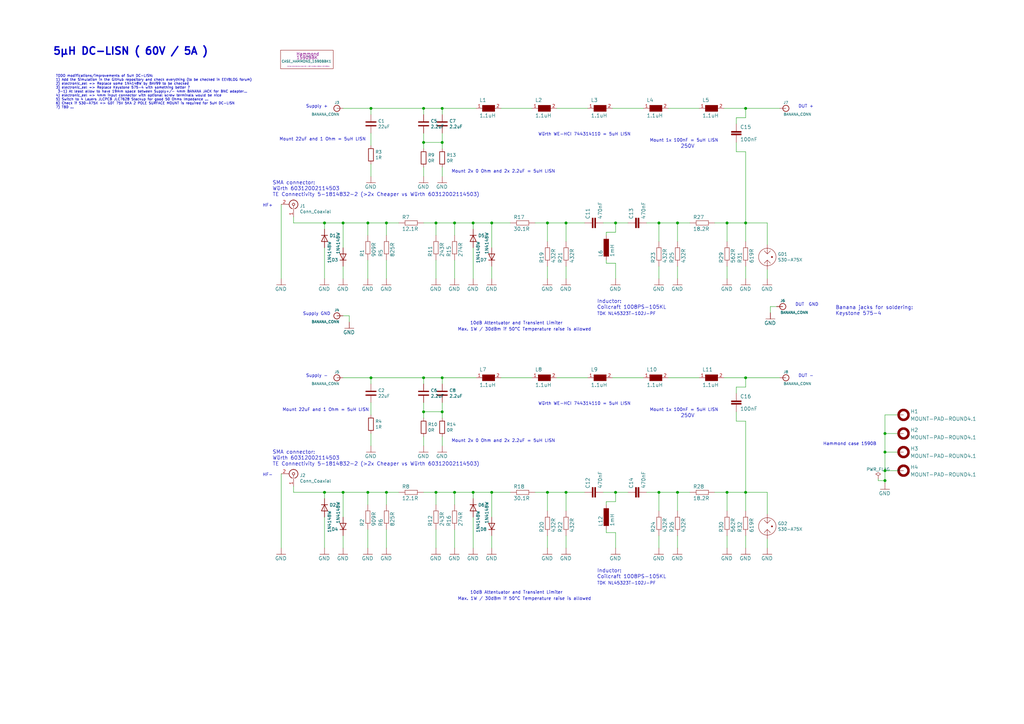
<source format=kicad_sch>
(kicad_sch (version 20210621) (generator eeschema)
  (paper "A3")
  (title_block (title "Dual 5uH LISN") (date "2021-09-01") (rev "V0 R0 WIP") (company "F.Siebel") (comment 1 "Credits to: Jay_Diddy_B & Noy (eevblog forum)"))
  (junction (at 133.096 91.44) (diameter 1.016))
  (junction (at 133.096 201.93) (diameter 1.016))
  (junction (at 140.716 91.44) (diameter 1.016))
  (junction (at 140.716 201.93) (diameter 1.016))
  (junction (at 150.876 91.44) (diameter 1.016))
  (junction (at 150.876 201.93) (diameter 1.016))
  (junction (at 152.146 44.45) (diameter 1.016))
  (junction (at 152.146 154.94) (diameter 1.016))
  (junction (at 158.496 91.44) (diameter 1.016))
  (junction (at 158.496 201.93) (diameter 1.016))
  (junction (at 173.736 44.45) (diameter 1.016))
  (junction (at 173.736 58.42) (diameter 1.016))
  (junction (at 173.736 154.94) (diameter 1.016))
  (junction (at 173.736 168.91) (diameter 1.016))
  (junction (at 178.816 91.44) (diameter 1.016))
  (junction (at 178.816 201.93) (diameter 1.016))
  (junction (at 181.356 44.45) (diameter 1.016))
  (junction (at 181.356 58.42) (diameter 1.016))
  (junction (at 181.356 154.94) (diameter 1.016))
  (junction (at 181.356 168.91) (diameter 1.016))
  (junction (at 186.436 91.44) (diameter 1.016))
  (junction (at 186.436 201.93) (diameter 1.016))
  (junction (at 194.056 91.44) (diameter 1.016))
  (junction (at 194.056 201.93) (diameter 1.016))
  (junction (at 201.676 91.44) (diameter 1.016))
  (junction (at 201.676 201.93) (diameter 1.016))
  (junction (at 224.536 91.44) (diameter 1.016))
  (junction (at 224.536 201.93) (diameter 1.016))
  (junction (at 232.156 91.44) (diameter 1.016))
  (junction (at 232.156 201.93) (diameter 1.016))
  (junction (at 252.476 91.44) (diameter 1.016))
  (junction (at 252.476 201.93) (diameter 1.016))
  (junction (at 270.256 91.44) (diameter 1.016))
  (junction (at 270.256 201.93) (diameter 1.016))
  (junction (at 277.876 91.44) (diameter 1.016))
  (junction (at 277.876 201.93) (diameter 1.016))
  (junction (at 298.196 91.44) (diameter 1.016))
  (junction (at 298.196 201.93) (diameter 1.016))
  (junction (at 305.816 44.45) (diameter 1.016))
  (junction (at 305.816 91.44) (diameter 1.016))
  (junction (at 305.816 154.94) (diameter 1.016))
  (junction (at 305.816 201.93) (diameter 1.016))
  (junction (at 362.966 177.8) (diameter 1.016))
  (junction (at 362.966 185.42) (diameter 1.016))
  (junction (at 362.966 193.04) (diameter 1.016))
  (junction (at 362.966 197.104) (diameter 1.016))
  (wire (pts (xy 115.316 83.82) (xy 115.316 114.3)))
  (wire (pts (xy 115.316 194.31) (xy 115.316 224.79)))
  (wire (pts (xy 120.396 88.9) (xy 120.396 91.44)))
  (wire (pts (xy 120.396 91.44) (xy 133.096 91.44)))
  (wire (pts (xy 120.396 199.39) (xy 120.396 201.93)))
  (wire (pts (xy 120.396 201.93) (xy 133.096 201.93)))
  (wire (pts (xy 133.096 91.44) (xy 140.716 91.44)))
  (wire (pts (xy 133.096 93.98) (xy 133.096 91.44)))
  (wire (pts (xy 133.096 101.6) (xy 133.096 114.3)))
  (wire (pts (xy 133.096 201.93) (xy 140.716 201.93)))
  (wire (pts (xy 133.096 204.47) (xy 133.096 201.93)))
  (wire (pts (xy 133.096 224.79) (xy 133.096 212.09)))
  (wire (pts (xy 140.716 91.44) (xy 150.876 91.44)))
  (wire (pts (xy 140.716 101.6) (xy 140.716 91.44)))
  (wire (pts (xy 140.716 114.3) (xy 140.716 109.22)))
  (wire (pts (xy 140.716 129.54) (xy 143.256 129.54)))
  (wire (pts (xy 140.716 201.93) (xy 150.876 201.93)))
  (wire (pts (xy 140.716 212.09) (xy 140.716 201.93)))
  (wire (pts (xy 140.716 224.79) (xy 140.716 219.71)))
  (wire (pts (xy 143.256 129.54) (xy 143.256 132.08)))
  (wire (pts (xy 150.876 91.44) (xy 158.496 91.44)))
  (wire (pts (xy 150.876 96.52) (xy 150.876 91.44)))
  (wire (pts (xy 150.876 114.3) (xy 150.876 106.68)))
  (wire (pts (xy 150.876 201.93) (xy 158.496 201.93)))
  (wire (pts (xy 150.876 207.01) (xy 150.876 201.93)))
  (wire (pts (xy 150.876 224.79) (xy 150.876 217.17)))
  (wire (pts (xy 152.146 44.45) (xy 140.716 44.45)))
  (wire (pts (xy 152.146 44.45) (xy 173.736 44.45)))
  (wire (pts (xy 152.146 46.99) (xy 152.146 44.45)))
  (wire (pts (xy 152.146 54.61) (xy 152.146 59.69)))
  (wire (pts (xy 152.146 67.31) (xy 152.146 72.39)))
  (wire (pts (xy 152.146 154.94) (xy 140.716 154.94)))
  (wire (pts (xy 152.146 154.94) (xy 173.736 154.94)))
  (wire (pts (xy 152.146 157.48) (xy 152.146 154.94)))
  (wire (pts (xy 152.146 165.1) (xy 152.146 170.18)))
  (wire (pts (xy 152.146 177.8) (xy 152.146 182.88)))
  (wire (pts (xy 158.496 91.44) (xy 163.576 91.44)))
  (wire (pts (xy 158.496 96.52) (xy 158.496 91.44)))
  (wire (pts (xy 158.496 114.3) (xy 158.496 106.68)))
  (wire (pts (xy 158.496 201.93) (xy 163.576 201.93)))
  (wire (pts (xy 158.496 207.01) (xy 158.496 201.93)))
  (wire (pts (xy 158.496 224.79) (xy 158.496 217.17)))
  (wire (pts (xy 173.736 44.45) (xy 181.356 44.45)))
  (wire (pts (xy 173.736 46.99) (xy 173.736 44.45)))
  (wire (pts (xy 173.736 54.61) (xy 173.736 58.42)))
  (wire (pts (xy 173.736 58.42) (xy 173.736 60.96)))
  (wire (pts (xy 173.736 58.42) (xy 181.356 58.42)))
  (wire (pts (xy 173.736 68.58) (xy 173.736 72.39)))
  (wire (pts (xy 173.736 154.94) (xy 181.356 154.94)))
  (wire (pts (xy 173.736 157.48) (xy 173.736 154.94)))
  (wire (pts (xy 173.736 165.1) (xy 173.736 168.91)))
  (wire (pts (xy 173.736 168.91) (xy 173.736 171.45)))
  (wire (pts (xy 173.736 168.91) (xy 181.356 168.91)))
  (wire (pts (xy 173.736 179.07) (xy 173.736 182.88)))
  (wire (pts (xy 178.816 91.44) (xy 173.736 91.44)))
  (wire (pts (xy 178.816 96.52) (xy 178.816 91.44)))
  (wire (pts (xy 178.816 106.68) (xy 178.816 114.3)))
  (wire (pts (xy 178.816 201.93) (xy 173.736 201.93)))
  (wire (pts (xy 178.816 207.01) (xy 178.816 201.93)))
  (wire (pts (xy 178.816 217.17) (xy 178.816 224.79)))
  (wire (pts (xy 181.356 44.45) (xy 195.326 44.45)))
  (wire (pts (xy 181.356 46.99) (xy 181.356 44.45)))
  (wire (pts (xy 181.356 54.61) (xy 181.356 58.42)))
  (wire (pts (xy 181.356 58.42) (xy 181.356 60.96)))
  (wire (pts (xy 181.356 68.58) (xy 181.356 72.39)))
  (wire (pts (xy 181.356 154.94) (xy 195.326 154.94)))
  (wire (pts (xy 181.356 157.48) (xy 181.356 154.94)))
  (wire (pts (xy 181.356 165.1) (xy 181.356 168.91)))
  (wire (pts (xy 181.356 168.91) (xy 181.356 171.45)))
  (wire (pts (xy 181.356 179.07) (xy 181.356 182.88)))
  (wire (pts (xy 186.436 91.44) (xy 178.816 91.44)))
  (wire (pts (xy 186.436 96.52) (xy 186.436 91.44)))
  (wire (pts (xy 186.436 106.68) (xy 186.436 114.3)))
  (wire (pts (xy 186.436 201.93) (xy 178.816 201.93)))
  (wire (pts (xy 186.436 207.01) (xy 186.436 201.93)))
  (wire (pts (xy 186.436 217.17) (xy 186.436 224.79)))
  (wire (pts (xy 194.056 91.44) (xy 186.436 91.44)))
  (wire (pts (xy 194.056 91.44) (xy 201.676 91.44)))
  (wire (pts (xy 194.056 93.98) (xy 194.056 91.44)))
  (wire (pts (xy 194.056 101.6) (xy 194.056 114.3)))
  (wire (pts (xy 194.056 201.93) (xy 186.436 201.93)))
  (wire (pts (xy 194.056 201.93) (xy 201.676 201.93)))
  (wire (pts (xy 194.056 204.47) (xy 194.056 201.93)))
  (wire (pts (xy 194.056 212.09) (xy 194.056 224.79)))
  (wire (pts (xy 201.676 91.44) (xy 209.296 91.44)))
  (wire (pts (xy 201.676 101.6) (xy 201.676 91.44)))
  (wire (pts (xy 201.676 114.3) (xy 201.676 109.22)))
  (wire (pts (xy 201.676 201.93) (xy 209.296 201.93)))
  (wire (pts (xy 201.676 212.09) (xy 201.676 201.93)))
  (wire (pts (xy 201.676 224.79) (xy 201.676 219.71)))
  (wire (pts (xy 205.486 44.45) (xy 218.186 44.45)))
  (wire (pts (xy 205.486 154.94) (xy 218.186 154.94)))
  (wire (pts (xy 219.456 91.44) (xy 224.536 91.44)))
  (wire (pts (xy 219.456 201.93) (xy 224.536 201.93)))
  (wire (pts (xy 224.536 91.44) (xy 232.156 91.44)))
  (wire (pts (xy 224.536 99.06) (xy 224.536 91.44)))
  (wire (pts (xy 224.536 114.3) (xy 224.536 109.22)))
  (wire (pts (xy 224.536 201.93) (xy 232.156 201.93)))
  (wire (pts (xy 224.536 209.55) (xy 224.536 201.93)))
  (wire (pts (xy 224.536 224.79) (xy 224.536 219.71)))
  (wire (pts (xy 228.346 44.45) (xy 241.046 44.45)))
  (wire (pts (xy 228.346 154.94) (xy 241.046 154.94)))
  (wire (pts (xy 232.156 91.44) (xy 239.776 91.44)))
  (wire (pts (xy 232.156 99.06) (xy 232.156 91.44)))
  (wire (pts (xy 232.156 109.22) (xy 232.156 114.3)))
  (wire (pts (xy 232.156 201.93) (xy 239.776 201.93)))
  (wire (pts (xy 232.156 209.55) (xy 232.156 201.93)))
  (wire (pts (xy 232.156 219.71) (xy 232.156 224.79)))
  (wire (pts (xy 247.396 91.44) (xy 252.476 91.44)))
  (wire (pts (xy 247.396 201.93) (xy 252.476 201.93)))
  (wire (pts (xy 248.666 95.25) (xy 248.666 96.52)))
  (wire (pts (xy 248.666 106.68) (xy 248.666 107.95)))
  (wire (pts (xy 248.666 107.95) (xy 252.476 107.95)))
  (wire (pts (xy 248.666 205.74) (xy 248.666 207.01)))
  (wire (pts (xy 248.666 217.17) (xy 248.666 218.44)))
  (wire (pts (xy 248.666 218.44) (xy 252.476 218.44)))
  (wire (pts (xy 251.206 44.45) (xy 263.906 44.45)))
  (wire (pts (xy 251.206 154.94) (xy 263.906 154.94)))
  (wire (pts (xy 252.476 91.44) (xy 252.476 95.25)))
  (wire (pts (xy 252.476 91.44) (xy 257.556 91.44)))
  (wire (pts (xy 252.476 95.25) (xy 248.666 95.25)))
  (wire (pts (xy 252.476 107.95) (xy 252.476 114.3)))
  (wire (pts (xy 252.476 201.93) (xy 252.476 205.74)))
  (wire (pts (xy 252.476 201.93) (xy 257.556 201.93)))
  (wire (pts (xy 252.476 205.74) (xy 248.666 205.74)))
  (wire (pts (xy 252.476 218.44) (xy 252.476 224.79)))
  (wire (pts (xy 265.176 91.44) (xy 270.256 91.44)))
  (wire (pts (xy 265.176 201.93) (xy 270.256 201.93)))
  (wire (pts (xy 270.256 91.44) (xy 277.876 91.44)))
  (wire (pts (xy 270.256 99.06) (xy 270.256 91.44)))
  (wire (pts (xy 270.256 114.3) (xy 270.256 109.22)))
  (wire (pts (xy 270.256 201.93) (xy 277.876 201.93)))
  (wire (pts (xy 270.256 209.55) (xy 270.256 201.93)))
  (wire (pts (xy 270.256 224.79) (xy 270.256 219.71)))
  (wire (pts (xy 274.066 44.45) (xy 286.766 44.45)))
  (wire (pts (xy 274.066 154.94) (xy 286.766 154.94)))
  (wire (pts (xy 277.876 91.44) (xy 282.956 91.44)))
  (wire (pts (xy 277.876 99.06) (xy 277.876 91.44)))
  (wire (pts (xy 277.876 114.3) (xy 277.876 109.22)))
  (wire (pts (xy 277.876 201.93) (xy 282.956 201.93)))
  (wire (pts (xy 277.876 209.55) (xy 277.876 201.93)))
  (wire (pts (xy 277.876 224.79) (xy 277.876 219.71)))
  (wire (pts (xy 296.926 44.45) (xy 305.816 44.45)))
  (wire (pts (xy 296.926 154.94) (xy 305.816 154.94)))
  (wire (pts (xy 298.196 91.44) (xy 293.116 91.44)))
  (wire (pts (xy 298.196 99.06) (xy 298.196 91.44)))
  (wire (pts (xy 298.196 114.3) (xy 298.196 109.22)))
  (wire (pts (xy 298.196 201.93) (xy 293.116 201.93)))
  (wire (pts (xy 298.196 209.55) (xy 298.196 201.93)))
  (wire (pts (xy 298.196 224.79) (xy 298.196 219.71)))
  (wire (pts (xy 302.006 48.26) (xy 302.006 50.8)))
  (wire (pts (xy 302.006 58.42) (xy 302.006 62.23)))
  (wire (pts (xy 302.006 158.75) (xy 302.006 161.29)))
  (wire (pts (xy 302.006 168.91) (xy 302.006 172.72)))
  (wire (pts (xy 305.816 44.45) (xy 305.816 48.26)))
  (wire (pts (xy 305.816 44.45) (xy 319.786 44.45)))
  (wire (pts (xy 305.816 48.26) (xy 302.006 48.26)))
  (wire (pts (xy 305.816 62.23) (xy 302.006 62.23)))
  (wire (pts (xy 305.816 62.23) (xy 305.816 91.44)))
  (wire (pts (xy 305.816 91.44) (xy 298.196 91.44)))
  (wire (pts (xy 305.816 91.44) (xy 314.706 91.44)))
  (wire (pts (xy 305.816 99.06) (xy 305.816 91.44)))
  (wire (pts (xy 305.816 114.3) (xy 305.816 109.22)))
  (wire (pts (xy 305.816 154.94) (xy 305.816 158.75)))
  (wire (pts (xy 305.816 154.94) (xy 319.786 154.94)))
  (wire (pts (xy 305.816 158.75) (xy 302.006 158.75)))
  (wire (pts (xy 305.816 172.72) (xy 302.006 172.72)))
  (wire (pts (xy 305.816 172.72) (xy 305.816 201.93)))
  (wire (pts (xy 305.816 201.93) (xy 298.196 201.93)))
  (wire (pts (xy 305.816 201.93) (xy 314.706 201.93)))
  (wire (pts (xy 305.816 209.55) (xy 305.816 201.93)))
  (wire (pts (xy 305.816 224.79) (xy 305.816 219.71)))
  (wire (pts (xy 314.706 91.44) (xy 314.706 100.33)))
  (wire (pts (xy 314.706 110.49) (xy 314.706 114.3)))
  (wire (pts (xy 314.706 201.93) (xy 314.706 210.82)))
  (wire (pts (xy 314.706 220.98) (xy 314.706 224.79)))
  (wire (pts (xy 315.976 125.73) (xy 315.976 128.27)))
  (wire (pts (xy 318.516 125.73) (xy 315.976 125.73)))
  (wire (pts (xy 360.172 196.342) (xy 360.172 197.104)))
  (wire (pts (xy 360.172 197.104) (xy 362.966 197.104)))
  (wire (pts (xy 362.966 170.18) (xy 368.046 170.18)))
  (wire (pts (xy 362.966 177.8) (xy 362.966 170.18)))
  (wire (pts (xy 362.966 177.8) (xy 368.046 177.8)))
  (wire (pts (xy 362.966 185.42) (xy 362.966 177.8)))
  (wire (pts (xy 362.966 185.42) (xy 368.046 185.42)))
  (wire (pts (xy 362.966 193.04) (xy 362.966 185.42)))
  (wire (pts (xy 362.966 193.04) (xy 362.966 197.104)))
  (wire (pts (xy 362.966 197.104) (xy 362.966 198.12)))
  (wire (pts (xy 368.046 193.04) (xy 362.966 193.04)))
  (text "5µH DC-LISN ( 60V / 5A )" (at 21.59 22.86 0) (effects (font (size 2.9972 2.9972) (thickness 0.5994) bold) (justify left bottom)))
  (text "TODO modifications/improvements of 5uH DC-LISN:\n1) Add the Simulation in the GitHub repository and check everything (to be checked in EEVBLOG forum)\n2) electronic_eel => Replace some 1N4148W by BAV99 to be checked\n3) electronic_eel => Replace Keystone 575-4 with something better ?\n 3-1) At least allow to have 19mm space between Supply+/- 4mm BANANA JACK for BNC adapter...\n4) electronic_eel => 4mm input connector with optional screw terminals would be nice\n5) Switch to 4 Layers JLCPCB JLC7628 Stackup for good 50 Ohms Impedance ...\n6) Check if S30-A75X => GDT 75V 5KA 2 POLE SURFACE MOUNT is required for 5uH DC-LISN\n7) TBD ..." (at 22.86 44.704 0) (effects (font (size 1 1)) (justify left bottom)))
  (text "HF+" (at 107.696 85.09 0) (effects (font (size 1.27 1.27)) (justify left bottom)))
  (text "HF-" (at 107.696 195.58 0) (effects (font (size 1.27 1.27)) (justify left bottom)))
  (text "SMA connector:\nWürth 60312002114503\nTE Connectivity 5-1814832-2 (>2x Cheaper vs Würth 60312002114503)" (at 111.76 80.772 0) (effects (font (size 1.4986 1.4986)) (justify left bottom)))
  (text "SMA connector:\nWürth 60312002114503\nTE Connectivity 5-1814832-2 (>2x Cheaper vs Würth 60312002114503)" (at 111.76 191.262 0) (effects (font (size 1.4986 1.4986)) (justify left bottom)))
  (text "Mount 22uF and 1 Ohm = 5uH LISN" (at 114.554 57.912 0) (effects (font (size 1.27 1.27)) (justify left bottom)))
  (text "Mount 22uF and 1 Ohm = 5uH LISN" (at 115.824 168.91 0) (effects (font (size 1.27 1.27)) (justify left bottom)))
  (text "Supply GND" (at 124.206 129.54 0) (effects (font (size 1.27 1.27)) (justify left bottom)))
  (text "Supply +" (at 125.476 44.45 0) (effects (font (size 1.27 1.27)) (justify left bottom)))
  (text "Supply -" (at 125.476 154.94 0) (effects (font (size 1.27 1.27)) (justify left bottom)))
  (text "Mount 2x 0 Ohm and 2x 2.2uF = 5uH LISN" (at 185.166 71.12 0) (effects (font (size 1.27 1.27)) (justify left bottom)))
  (text "Mount 2x 0 Ohm and 2x 2.2uF = 5uH LISN" (at 185.166 181.61 0) (effects (font (size 1.27 1.27)) (justify left bottom)))
  (text "Max. 1W / 30dBm if 50°C Temperature raise is allowed" (at 187.706 135.89 0) (effects (font (size 1.27 1.27)) (justify left bottom)))
  (text "Max. 1W / 30dBm if 50°C Temperature raise is allowed" (at 187.706 246.38 0) (effects (font (size 1.27 1.27)) (justify left bottom)))
  (text "10dB Attentuator and Transient Limiter " (at 192.786 133.35 0) (effects (font (size 1.27 1.27)) (justify left bottom)))
  (text "10dB Attentuator and Transient Limiter " (at 192.786 243.84 0) (effects (font (size 1.27 1.27)) (justify left bottom)))
  (text "Würth WE-HCI 744314110 = 5uH LISN" (at 220.726 55.88 0) (effects (font (size 1.27 1.27)) (justify left bottom)))
  (text "Würth WE-HCI 744314110 = 5uH LISN" (at 220.726 166.37 0) (effects (font (size 1.27 1.27)) (justify left bottom)))
  (text "Inductor:\nCoilcraft 1008PS-105KL" (at 244.856 127 0) (effects (font (size 1.4986 1.4986)) (justify left bottom)))
  (text "TDK NL45323T-102J-PF" (at 244.856 129.54 0) (effects (font (size 1.27 1.27)) (justify left bottom)))
  (text "Inductor:\nCoilcraft 1008PS-105KL" (at 244.856 237.49 0) (effects (font (size 1.4986 1.4986)) (justify left bottom)))
  (text "TDK NL45323T-102J-PF" (at 244.856 240.03 0) (effects (font (size 1.27 1.27)) (justify left bottom)))
  (text "Mount 1x 100nF = 5uH LISN" (at 266.446 58.42 0) (effects (font (size 1.27 1.27)) (justify left bottom)))
  (text "Mount 1x 100nF = 5uH LISN" (at 266.446 168.91 0) (effects (font (size 1.27 1.27)) (justify left bottom)))
  (text "250V" (at 279.146 60.96 0) (effects (font (size 1.4986 1.4986)) (justify left bottom)))
  (text "250V" (at 279.146 171.45 0) (effects (font (size 1.4986 1.4986)) (justify left bottom)))
  (text "DUT  GND" (at 326.136 125.73 0) (effects (font (size 1.27 1.27)) (justify left bottom)))
  (text "DUT +" (at 327.406 44.45 0) (effects (font (size 1.27 1.27)) (justify left bottom)))
  (text "DUT -" (at 327.406 154.94 0) (effects (font (size 1.27 1.27)) (justify left bottom)))
  (text "Hammond case 1590B" (at 337.566 182.88 0) (effects (font (size 1.27 1.27)) (justify left bottom)))
  (text "Banana jacks for soldering:\nKeystone 575-4" (at 342.646 129.54 0) (effects (font (size 1.4986 1.4986)) (justify left bottom)))
  (label "GND" (at 368.046 193.04 0) (effects (font (size 0.254 0.254))))
  (symbol (lib_id "5uH_LISN-eagle-import:DINA3_L") (at 22.86 231.14 0) (unit 1)
    (property "Reference" "#FRAME1" (effects hide))
    (property "Value" "DINA3_L" (effects hide))
  )
  (symbol (lib_id "Power:PWR_FLAG") (at 360.172 196.342 0) (unit 1)
    (property "Reference" "#FLG0101" (effects hide))
    (property "Value" "PWR_FLAG" (at 360.172 192.532 0))
  )
  (symbol (lib_id "5uH_LISN-eagle-import:BANANA_CONN") (at 138.176 44.45 0) (mirror y) (unit 1)
    (property "Reference" "J3" (at 139.192 42.672 0) (effects (font (size 1.0668 1.0668)) (justify left bottom)))
    (property "Value" "BANANA_CONN" (at 139.192 47.498 0) (effects (font (size 1.0668 1.0668)) (justify left bottom)))
    (property "Footprint" "5uH_LISN:BANANA_CONN" (effects hide))
    (property "Manufacturer" "Keystone" (effects hide))
    (property "manf#" "575-4" (effects hide))
    (property "Description" "CONN BANANA JACK SOLDER" (effects hide))
  )
  (symbol (lib_id "5uH_LISN-eagle-import:BANANA_CONN") (at 138.176 129.54 0) (mirror y) (unit 1)
    (property "Reference" "J4" (at 139.192 127.762 0) (effects (font (size 1.0668 1.0668)) (justify left bottom)))
    (property "Value" "BANANA_CONN" (at 139.192 132.588 0) (effects (font (size 1.0668 1.0668)) (justify left bottom)))
    (property "Footprint" "5uH_LISN:BANANA_CONN" (effects hide))
    (property "Manufacturer" "Keystone" (effects hide))
    (property "manf#" "575-4" (effects hide))
    (property "Description" "CONN BANANA JACK SOLDER" (effects hide))
  )
  (symbol (lib_id "5uH_LISN-eagle-import:BANANA_CONN") (at 138.176 154.94 0) (mirror y) (unit 1)
    (property "Reference" "J5" (at 139.192 153.162 0) (effects (font (size 1.0668 1.0668)) (justify left bottom)))
    (property "Value" "BANANA_CONN" (at 139.192 157.988 0) (effects (font (size 1.0668 1.0668)) (justify left bottom)))
    (property "Footprint" "5uH_LISN:BANANA_CONN" (effects hide))
    (property "Manufacturer" "Keystone" (effects hide))
    (property "manf#" "575-4" (effects hide))
    (property "Description" "CONN BANANA JACK SOLDER" (effects hide))
  )
  (symbol (lib_id "5uH_LISN-eagle-import:BANANA_CONN") (at 321.056 125.73 0) (unit 1)
    (property "Reference" "J6" (at 320.04 123.952 0) (effects (font (size 1.0668 1.0668)) (justify left bottom)))
    (property "Value" "BANANA_CONN" (at 320.04 128.778 0) (effects (font (size 1.0668 1.0668)) (justify left bottom)))
    (property "Footprint" "5uH_LISN:BANANA_CONN" (effects hide))
    (property "manf#" "575-4" (effects hide))
    (property "Manufacturer" "Keystone" (effects hide))
    (property "Description" "CONN BANANA JACK SOLDER" (effects hide))
  )
  (symbol (lib_id "5uH_LISN-eagle-import:BANANA_CONN") (at 322.326 44.45 0) (unit 1)
    (property "Reference" "J7" (at 321.31 42.672 0) (effects (font (size 1.0668 1.0668)) (justify left bottom)))
    (property "Value" "BANANA_CONN" (at 321.31 47.498 0) (effects (font (size 1.0668 1.0668)) (justify left bottom)))
    (property "Footprint" "5uH_LISN:BANANA_CONN" (effects hide))
    (property "Manufacturer" "Keystone" (effects hide))
    (property "manf#" "575-4" (effects hide))
    (property "Description" "CONN BANANA JACK SOLDER" (effects hide))
  )
  (symbol (lib_id "5uH_LISN-eagle-import:BANANA_CONN") (at 322.326 154.94 0) (unit 1)
    (property "Reference" "J8" (at 321.31 153.162 0) (effects (font (size 1.0668 1.0668)) (justify left bottom)))
    (property "Value" "BANANA_CONN" (at 321.31 157.988 0) (effects (font (size 1.0668 1.0668)) (justify left bottom)))
    (property "Footprint" "5uH_LISN:BANANA_CONN" (effects hide))
    (property "Manufacturer" "Keystone" (effects hide))
    (property "manf#" "575-4" (effects hide))
    (property "Description" "CONN BANANA JACK SOLDER" (effects hide))
  )
  (symbol (lib_id "5uH_LISN-eagle-import:GND") (at 115.316 116.84 0) (unit 1)
    (property "Reference" "#GND01" (effects hide))
    (property "Value" "GND" (at 112.776 119.38 0) (effects (font (size 1.4986 1.4986)) (justify left bottom)))
  )
  (symbol (lib_id "5uH_LISN-eagle-import:GND") (at 115.316 227.33 0) (unit 1)
    (property "Reference" "#GND02" (effects hide))
    (property "Value" "GND" (at 112.776 229.87 0) (effects (font (size 1.4986 1.4986)) (justify left bottom)))
  )
  (symbol (lib_id "5uH_LISN-eagle-import:GND") (at 133.096 116.84 0) (unit 1)
    (property "Reference" "#GND03" (effects hide))
    (property "Value" "GND" (at 130.556 119.38 0) (effects (font (size 1.4986 1.4986)) (justify left bottom)))
  )
  (symbol (lib_id "5uH_LISN-eagle-import:GND") (at 133.096 227.33 0) (unit 1)
    (property "Reference" "#GND04" (effects hide))
    (property "Value" "GND" (at 130.556 229.87 0) (effects (font (size 1.4986 1.4986)) (justify left bottom)))
  )
  (symbol (lib_id "5uH_LISN-eagle-import:GND") (at 140.716 116.84 0) (unit 1)
    (property "Reference" "#GND05" (effects hide))
    (property "Value" "GND" (at 138.176 119.38 0) (effects (font (size 1.4986 1.4986)) (justify left bottom)))
  )
  (symbol (lib_id "5uH_LISN-eagle-import:GND") (at 140.716 227.33 0) (unit 1)
    (property "Reference" "#GND06" (effects hide))
    (property "Value" "GND" (at 138.176 229.87 0) (effects (font (size 1.4986 1.4986)) (justify left bottom)))
  )
  (symbol (lib_id "5uH_LISN-eagle-import:GND") (at 143.256 134.62 0) (unit 1)
    (property "Reference" "#GND07" (effects hide))
    (property "Value" "GND" (at 140.716 137.16 0) (effects (font (size 1.4986 1.4986)) (justify left bottom)))
  )
  (symbol (lib_id "5uH_LISN-eagle-import:GND") (at 150.876 116.84 0) (unit 1)
    (property "Reference" "#GND08" (effects hide))
    (property "Value" "GND" (at 148.336 119.38 0) (effects (font (size 1.4986 1.4986)) (justify left bottom)))
  )
  (symbol (lib_id "5uH_LISN-eagle-import:GND") (at 150.876 227.33 0) (unit 1)
    (property "Reference" "#GND09" (effects hide))
    (property "Value" "GND" (at 148.336 229.87 0) (effects (font (size 1.4986 1.4986)) (justify left bottom)))
  )
  (symbol (lib_id "5uH_LISN-eagle-import:GND") (at 152.146 74.93 0) (unit 1)
    (property "Reference" "#GND010" (effects hide))
    (property "Value" "GND" (at 149.606 77.47 0) (effects (font (size 1.4986 1.4986)) (justify left bottom)))
  )
  (symbol (lib_id "5uH_LISN-eagle-import:GND") (at 152.146 185.42 0) (unit 1)
    (property "Reference" "#GND011" (effects hide))
    (property "Value" "GND" (at 149.606 187.96 0) (effects (font (size 1.4986 1.4986)) (justify left bottom)))
  )
  (symbol (lib_id "5uH_LISN-eagle-import:GND") (at 158.496 116.84 0) (unit 1)
    (property "Reference" "#GND012" (effects hide))
    (property "Value" "GND" (at 155.956 119.38 0) (effects (font (size 1.4986 1.4986)) (justify left bottom)))
  )
  (symbol (lib_id "5uH_LISN-eagle-import:GND") (at 158.496 227.33 0) (unit 1)
    (property "Reference" "#GND013" (effects hide))
    (property "Value" "GND" (at 155.956 229.87 0) (effects (font (size 1.4986 1.4986)) (justify left bottom)))
  )
  (symbol (lib_id "5uH_LISN-eagle-import:GND") (at 173.736 74.93 0) (unit 1)
    (property "Reference" "#GND014" (effects hide))
    (property "Value" "GND" (at 171.196 77.47 0) (effects (font (size 1.4986 1.4986)) (justify left bottom)))
  )
  (symbol (lib_id "5uH_LISN-eagle-import:GND") (at 173.736 185.42 0) (unit 1)
    (property "Reference" "#GND015" (effects hide))
    (property "Value" "GND" (at 171.196 187.96 0) (effects (font (size 1.4986 1.4986)) (justify left bottom)))
  )
  (symbol (lib_id "5uH_LISN-eagle-import:GND") (at 178.816 116.84 0) (unit 1)
    (property "Reference" "#GND016" (effects hide))
    (property "Value" "GND" (at 176.276 119.38 0) (effects (font (size 1.4986 1.4986)) (justify left bottom)))
  )
  (symbol (lib_id "5uH_LISN-eagle-import:GND") (at 178.816 227.33 0) (unit 1)
    (property "Reference" "#GND017" (effects hide))
    (property "Value" "GND" (at 176.276 229.87 0) (effects (font (size 1.4986 1.4986)) (justify left bottom)))
  )
  (symbol (lib_id "5uH_LISN-eagle-import:GND") (at 181.356 74.93 0) (unit 1)
    (property "Reference" "#GND018" (effects hide))
    (property "Value" "GND" (at 178.816 77.47 0) (effects (font (size 1.4986 1.4986)) (justify left bottom)))
  )
  (symbol (lib_id "5uH_LISN-eagle-import:GND") (at 181.356 185.42 0) (unit 1)
    (property "Reference" "#GND019" (effects hide))
    (property "Value" "GND" (at 178.816 187.96 0) (effects (font (size 1.4986 1.4986)) (justify left bottom)))
  )
  (symbol (lib_id "5uH_LISN-eagle-import:GND") (at 186.436 116.84 0) (unit 1)
    (property "Reference" "#GND020" (effects hide))
    (property "Value" "GND" (at 183.896 119.38 0) (effects (font (size 1.4986 1.4986)) (justify left bottom)))
  )
  (symbol (lib_id "5uH_LISN-eagle-import:GND") (at 186.436 227.33 0) (unit 1)
    (property "Reference" "#GND021" (effects hide))
    (property "Value" "GND" (at 183.896 229.87 0) (effects (font (size 1.4986 1.4986)) (justify left bottom)))
  )
  (symbol (lib_id "5uH_LISN-eagle-import:GND") (at 194.056 116.84 0) (unit 1)
    (property "Reference" "#GND022" (effects hide))
    (property "Value" "GND" (at 191.516 119.38 0) (effects (font (size 1.4986 1.4986)) (justify left bottom)))
  )
  (symbol (lib_id "5uH_LISN-eagle-import:GND") (at 194.056 227.33 0) (unit 1)
    (property "Reference" "#GND023" (effects hide))
    (property "Value" "GND" (at 191.516 229.87 0) (effects (font (size 1.4986 1.4986)) (justify left bottom)))
  )
  (symbol (lib_id "5uH_LISN-eagle-import:GND") (at 201.676 116.84 0) (unit 1)
    (property "Reference" "#GND024" (effects hide))
    (property "Value" "GND" (at 199.136 119.38 0) (effects (font (size 1.4986 1.4986)) (justify left bottom)))
  )
  (symbol (lib_id "5uH_LISN-eagle-import:GND") (at 201.676 227.33 0) (unit 1)
    (property "Reference" "#GND025" (effects hide))
    (property "Value" "GND" (at 199.136 229.87 0) (effects (font (size 1.4986 1.4986)) (justify left bottom)))
  )
  (symbol (lib_id "5uH_LISN-eagle-import:GND") (at 224.536 116.84 0) (unit 1)
    (property "Reference" "#GND026" (effects hide))
    (property "Value" "GND" (at 221.996 119.38 0) (effects (font (size 1.4986 1.4986)) (justify left bottom)))
  )
  (symbol (lib_id "5uH_LISN-eagle-import:GND") (at 224.536 227.33 0) (unit 1)
    (property "Reference" "#GND027" (effects hide))
    (property "Value" "GND" (at 221.996 229.87 0) (effects (font (size 1.4986 1.4986)) (justify left bottom)))
  )
  (symbol (lib_id "5uH_LISN-eagle-import:GND") (at 232.156 116.84 0) (unit 1)
    (property "Reference" "#GND028" (effects hide))
    (property "Value" "GND" (at 229.616 119.38 0) (effects (font (size 1.4986 1.4986)) (justify left bottom)))
  )
  (symbol (lib_id "5uH_LISN-eagle-import:GND") (at 232.156 227.33 0) (unit 1)
    (property "Reference" "#GND029" (effects hide))
    (property "Value" "GND" (at 229.616 229.87 0) (effects (font (size 1.4986 1.4986)) (justify left bottom)))
  )
  (symbol (lib_id "5uH_LISN-eagle-import:GND") (at 252.476 116.84 0) (unit 1)
    (property "Reference" "#GND030" (effects hide))
    (property "Value" "GND" (at 249.936 119.38 0) (effects (font (size 1.4986 1.4986)) (justify left bottom)))
  )
  (symbol (lib_id "5uH_LISN-eagle-import:GND") (at 252.476 227.33 0) (unit 1)
    (property "Reference" "#GND031" (effects hide))
    (property "Value" "GND" (at 249.936 229.87 0) (effects (font (size 1.4986 1.4986)) (justify left bottom)))
  )
  (symbol (lib_id "5uH_LISN-eagle-import:GND") (at 270.256 116.84 0) (unit 1)
    (property "Reference" "#GND032" (effects hide))
    (property "Value" "GND" (at 267.716 119.38 0) (effects (font (size 1.4986 1.4986)) (justify left bottom)))
  )
  (symbol (lib_id "5uH_LISN-eagle-import:GND") (at 270.256 227.33 0) (unit 1)
    (property "Reference" "#GND033" (effects hide))
    (property "Value" "GND" (at 267.716 229.87 0) (effects (font (size 1.4986 1.4986)) (justify left bottom)))
  )
  (symbol (lib_id "5uH_LISN-eagle-import:GND") (at 277.876 116.84 0) (unit 1)
    (property "Reference" "#GND034" (effects hide))
    (property "Value" "GND" (at 275.336 119.38 0) (effects (font (size 1.4986 1.4986)) (justify left bottom)))
  )
  (symbol (lib_id "5uH_LISN-eagle-import:GND") (at 277.876 227.33 0) (unit 1)
    (property "Reference" "#GND035" (effects hide))
    (property "Value" "GND" (at 275.336 229.87 0) (effects (font (size 1.4986 1.4986)) (justify left bottom)))
  )
  (symbol (lib_id "5uH_LISN-eagle-import:GND") (at 298.196 116.84 0) (unit 1)
    (property "Reference" "#GND036" (effects hide))
    (property "Value" "GND" (at 295.656 119.38 0) (effects (font (size 1.4986 1.4986)) (justify left bottom)))
  )
  (symbol (lib_id "5uH_LISN-eagle-import:GND") (at 298.196 227.33 0) (unit 1)
    (property "Reference" "#GND037" (effects hide))
    (property "Value" "GND" (at 295.656 229.87 0) (effects (font (size 1.4986 1.4986)) (justify left bottom)))
  )
  (symbol (lib_id "5uH_LISN-eagle-import:GND") (at 305.816 116.84 0) (unit 1)
    (property "Reference" "#GND038" (effects hide))
    (property "Value" "GND" (at 303.276 119.38 0) (effects (font (size 1.4986 1.4986)) (justify left bottom)))
  )
  (symbol (lib_id "5uH_LISN-eagle-import:GND") (at 305.816 227.33 0) (unit 1)
    (property "Reference" "#GND039" (effects hide))
    (property "Value" "GND" (at 303.276 229.87 0) (effects (font (size 1.4986 1.4986)) (justify left bottom)))
  )
  (symbol (lib_id "5uH_LISN-eagle-import:GND") (at 314.706 116.84 0) (unit 1)
    (property "Reference" "#GND042" (effects hide))
    (property "Value" "GND" (at 312.166 119.38 0) (effects (font (size 1.4986 1.4986)) (justify left bottom)))
  )
  (symbol (lib_id "5uH_LISN-eagle-import:GND") (at 314.706 227.33 0) (unit 1)
    (property "Reference" "#GND043" (effects hide))
    (property "Value" "GND" (at 312.166 229.87 0) (effects (font (size 1.4986 1.4986)) (justify left bottom)))
  )
  (symbol (lib_id "5uH_LISN-eagle-import:GND") (at 315.976 130.81 0) (unit 1)
    (property "Reference" "#GND040" (effects hide))
    (property "Value" "GND" (at 313.436 133.35 0) (effects (font (size 1.4986 1.4986)) (justify left bottom)))
  )
  (symbol (lib_id "5uH_LISN-eagle-import:GND") (at 362.966 200.66 0) (unit 1)
    (property "Reference" "#GND041" (effects hide))
    (property "Value" "GND" (at 360.426 203.2 0) (effects (font (size 1.4986 1.4986)) (justify left bottom)))
  )
  (symbol (lib_id "5uH_LISN-rescue:R-Device") (at 152.146 63.5 0) (unit 1)
    (property "Reference" "R3" (at 153.924 62.3316 0) (effects (justify left)))
    (property "Value" "1R" (at 153.924 64.643 0) (effects (justify left)))
    (property "Footprint" "Resistor_SMD:R_1218_3246Metric" (effects hide))
    (property "Description" "RES 1 OHM 1% 1W 1812 (4532 Metric), 1218 Automotive AEC-Q200, Moisture Resistant Thick Film" (effects hide))
    (property "Manufacturer" "KOA" (effects hide))
    (property "manf#" "WK73S2JTTE1R00F" (effects hide))
  )
  (symbol (lib_id "5uH_LISN-rescue:R-Device") (at 152.146 173.99 0) (unit 1)
    (property "Reference" "R4" (at 153.924 172.8216 0) (effects (justify left)))
    (property "Value" "1R" (at 153.924 175.133 0) (effects (justify left)))
    (property "Footprint" "Resistor_SMD:R_1218_3246Metric" (effects hide))
    (property "Description" "RES 1 OHM 1% 1W 1812 (4532 Metric), 1218 Automotive AEC-Q200, Moisture Resistant Thick Film" (effects hide))
    (property "Manufacturer" "KOA" (effects hide))
    (property "manf#" "WK73S2JTTE1R00F" (effects hide))
  )
  (symbol (lib_id "5uH_LISN-rescue:R-Device") (at 173.736 64.77 0) (unit 1)
    (property "Reference" "R9" (at 175.514 63.6016 0) (effects (justify left)))
    (property "Value" "0R" (at 175.514 65.913 0) (effects (justify left)))
    (property "Footprint" "Resistor_SMD:R_1206_3216Metric" (effects hide))
    (property "Description" "RES 0 OHM JUMPER 1/2W Chip Resistor 1206 (3216 Metric) Moisture Resistant Thick Film" (effects hide))
    (property "Manufacturer" "YAGEO" (effects hide))
    (property "manf#" "RC1206JR-7W0RL" (effects hide))
  )
  (symbol (lib_id "5uH_LISN-rescue:R-Device") (at 173.736 175.26 0) (unit 1)
    (property "Reference" "R10" (at 175.514 174.0916 0) (effects (justify left)))
    (property "Value" "0R" (at 175.514 176.403 0) (effects (justify left)))
    (property "Footprint" "Resistor_SMD:R_1206_3216Metric" (effects hide))
    (property "Description" "RES 0 OHM JUMPER 1/2W Chip Resistor 1206 (3216 Metric) Moisture Resistant Thick Film" (effects hide))
    (property "Manufacturer" "YAGEO" (effects hide))
    (property "manf#" "RC1206JR-7W0RL" (effects hide))
  )
  (symbol (lib_id "5uH_LISN-rescue:R-Device") (at 181.356 64.77 0) (unit 1)
    (property "Reference" "R13" (at 183.134 63.6016 0) (effects (justify left)))
    (property "Value" "0R" (at 183.134 65.913 0) (effects (justify left)))
    (property "Footprint" "Resistor_SMD:R_1206_3216Metric" (effects hide))
    (property "Description" "RES 0 OHM JUMPER 1/2W Chip Resistor 1206 (3216 Metric) Moisture Resistant Thick Film" (effects hide))
    (property "Manufacturer" "YAGEO" (effects hide))
    (property "manf#" "RC1206JR-7W0RL" (effects hide))
  )
  (symbol (lib_id "5uH_LISN-rescue:R-Device") (at 181.356 175.26 0) (unit 1)
    (property "Reference" "R14" (at 183.134 174.0916 0) (effects (justify left)))
    (property "Value" "0R" (at 183.134 176.403 0) (effects (justify left)))
    (property "Footprint" "Resistor_SMD:R_1206_3216Metric" (effects hide))
    (property "Description" "RES 0 OHM JUMPER 1/2W Chip Resistor 1206 (3216 Metric) Moisture Resistant Thick Film" (effects hide))
    (property "Manufacturer" "YAGEO" (effects hide))
    (property "manf#" "RC1206JR-7W0RL" (effects hide))
  )
  (symbol (lib_id "5uH_LISN-eagle-import:R-EU_R0805") (at 150.876 101.6 90) (unit 1)
    (property "Reference" "R1" (at 149.3774 105.41 0) (effects (font (size 1.4986 1.4986)) (justify left bottom)))
    (property "Value" "909R" (at 154.178 105.41 0) (effects (font (size 1.4986 1.4986)) (justify left bottom)))
    (property "Footprint" "Resistor_SMD:R_0805_2012Metric" (effects hide))
    (property "Description" "RES 909 OHM 0.1% 1/5W Chip Resistor 0805 (2012 Metric) Anti-Sulfur, Automotive AEC-Q200 Thin Film " (effects hide))
    (property "Manufacturer" "TE" (effects hide))
    (property "manf#" "RQ73C2A909RBTD" (effects hide))
  )
  (symbol (lib_id "5uH_LISN-eagle-import:R-EU_R0805") (at 150.876 212.09 90) (unit 1)
    (property "Reference" "R2" (at 149.3774 215.9 0) (effects (font (size 1.4986 1.4986)) (justify left bottom)))
    (property "Value" "909R" (at 154.178 215.9 0) (effects (font (size 1.4986 1.4986)) (justify left bottom)))
    (property "Footprint" "Resistor_SMD:R_0805_2012Metric" (effects hide))
    (property "Description" "RES 909 OHM 0.1% 1/5W Chip Resistor 0805 (2012 Metric) Anti-Sulfur, Automotive AEC-Q200 Thin Film " (effects hide))
    (property "Manufacturer" "TE" (effects hide))
    (property "manf#" "RQ73C2A909RBTD" (effects hide))
  )
  (symbol (lib_id "5uH_LISN-eagle-import:R-EU_R0805") (at 158.496 101.6 90) (unit 1)
    (property "Reference" "R5" (at 156.9974 105.41 0) (effects (font (size 1.4986 1.4986)) (justify left bottom)))
    (property "Value" "825R" (at 161.798 105.41 0) (effects (font (size 1.4986 1.4986)) (justify left bottom)))
    (property "Footprint" "Resistor_SMD:R_0805_2012Metric" (effects hide))
    (property "Description" "RES SMD 825 OHM 0.1% 1/4W Chip Resistor 0805 (2012 Metric) Automotive AEC-Q200, Pulse Withstanding Thick Film" (effects hide))
    (property "Manufacturer" "Panasonic" (effects hide))
    (property "manf#" "ERJ-PB6B8250V" (effects hide))
  )
  (symbol (lib_id "5uH_LISN-eagle-import:R-EU_R0805") (at 158.496 212.09 90) (unit 1)
    (property "Reference" "R6" (at 156.9974 215.9 0) (effects (font (size 1.4986 1.4986)) (justify left bottom)))
    (property "Value" "825R" (at 161.798 215.9 0) (effects (font (size 1.4986 1.4986)) (justify left bottom)))
    (property "Footprint" "Resistor_SMD:R_0805_2012Metric" (effects hide))
    (property "Description" "RES SMD 825 OHM 0.1% 1/4W Chip Resistor 0805 (2012 Metric) Automotive AEC-Q200, Pulse Withstanding Thick Film" (effects hide))
    (property "Manufacturer" "Panasonic" (effects hide))
    (property "manf#" "ERJ-PB6B8250V" (effects hide))
  )
  (symbol (lib_id "5uH_LISN-eagle-import:R-EU_R0805") (at 168.656 91.44 0) (unit 1)
    (property "Reference" "R7" (at 164.846 89.9414 0) (effects (font (size 1.4986 1.4986)) (justify left bottom)))
    (property "Value" "12.1R" (at 164.846 94.742 0) (effects (font (size 1.4986 1.4986)) (justify left bottom)))
    (property "Footprint" "Resistor_SMD:R_1206_3216Metric" (effects hide))
    (property "Description" "RES 12.1 OHMS 0.1% 0.4W Chip Resistor 1206 (3216 Metric) Anti-Sulfur, Automotive AEC-Q200 Thin Film" (effects hide))
    (property "Manufacturer" "TE Connectivity / Holsworthy " (effects hide))
    (property "manf#" "RQ73C2B12R1BTD" (effects hide))
  )
  (symbol (lib_id "5uH_LISN-eagle-import:R-EU_R0805") (at 168.656 201.93 0) (unit 1)
    (property "Reference" "R8" (at 164.846 200.4314 0) (effects (font (size 1.4986 1.4986)) (justify left bottom)))
    (property "Value" "12.1R" (at 164.846 205.232 0) (effects (font (size 1.4986 1.4986)) (justify left bottom)))
    (property "Footprint" "Resistor_SMD:R_1206_3216Metric" (effects hide))
    (property "Description" "RES 12.1 OHMS 0.1% 0.4W Chip Resistor 1206 (3216 Metric) Anti-Sulfur, Automotive AEC-Q200 Thin Film" (effects hide))
    (property "Manufacturer" "TE Connectivity / Holsworthy " (effects hide))
    (property "manf#" "RQ73C2B12R1BTD" (effects hide))
  )
  (symbol (lib_id "5uH_LISN-eagle-import:R-EU_R0805") (at 178.816 101.6 90) (unit 1)
    (property "Reference" "R11" (at 177.3174 105.41 0) (effects (font (size 1.4986 1.4986)) (justify left bottom)))
    (property "Value" "243R" (at 182.118 105.41 0) (effects (font (size 1.4986 1.4986)) (justify left bottom)))
    (property "Footprint" "Resistor_SMD:R_0805_2012Metric" (effects hide))
    (property "Description" "RES 243 OHMS 0.1% 1/5W Chip Resistor 0805 (2012 Metric) Anti-Sulfur, Automotive AEC-Q200 Thin Film" (effects hide))
    (property "Manufacturer" "TE Connectivity / Holsworthy " (effects hide))
    (property "manf#" "RQ73C2A243RBTD" (effects hide))
  )
  (symbol (lib_id "5uH_LISN-eagle-import:R-EU_R0805") (at 178.816 212.09 90) (unit 1)
    (property "Reference" "R12" (at 177.3174 215.9 0) (effects (font (size 1.4986 1.4986)) (justify left bottom)))
    (property "Value" "243R" (at 182.118 215.9 0) (effects (font (size 1.4986 1.4986)) (justify left bottom)))
    (property "Footprint" "Resistor_SMD:R_0805_2012Metric" (effects hide))
    (property "Description" "RES 243 OHMS 0.1% 1/5W Chip Resistor 0805 (2012 Metric) Anti-Sulfur, Automotive AEC-Q200 Thin Film" (effects hide))
    (property "Manufacturer" "TE Connectivity / Holsworthy " (effects hide))
    (property "manf#" "RQ73C2A243RBTD" (effects hide))
  )
  (symbol (lib_id "5uH_LISN-eagle-import:R-EU_R0805") (at 186.436 101.6 90) (unit 1)
    (property "Reference" "R15" (at 184.9374 105.41 0) (effects (font (size 1.4986 1.4986)) (justify left bottom)))
    (property "Value" "274R" (at 189.738 105.41 0) (effects (font (size 1.4986 1.4986)) (justify left bottom)))
    (property "Footprint" "Resistor_SMD:R_0805_2012Metric" (effects hide))
    (property "Description" "RES SMD 274 OHM 0.1% 1/4W Chip Resistor 0805 (2012 Metric) - Thin Film" (effects hide))
    (property "Manufacturer" "TE" (effects hide))
    (property "manf#" "6-2176091-5" (effects hide))
  )
  (symbol (lib_id "5uH_LISN-eagle-import:R-EU_R0805") (at 186.436 212.09 90) (unit 1)
    (property "Reference" "R16" (at 184.9374 215.9 0) (effects (font (size 1.4986 1.4986)) (justify left bottom)))
    (property "Value" "274R" (at 189.738 215.9 0) (effects (font (size 1.4986 1.4986)) (justify left bottom)))
    (property "Footprint" "Resistor_SMD:R_0805_2012Metric" (effects hide))
    (property "Description" "RES SMD 274 OHM 0.1% 1/4W Chip Resistor 0805 (2012 Metric) - Thin Film" (effects hide))
    (property "Manufacturer" "TE" (effects hide))
    (property "manf#" "6-2176091-5" (effects hide))
  )
  (symbol (lib_id "5uH_LISN-eagle-import:R-EU_R0805") (at 214.376 91.44 0) (unit 1)
    (property "Reference" "R17" (at 210.566 89.9414 0) (effects (font (size 1.4986 1.4986)) (justify left bottom)))
    (property "Value" "30.1R" (at 210.566 94.742 0) (effects (font (size 1.4986 1.4986)) (justify left bottom)))
    (property "Footprint" "Resistor_SMD:R_1206_3216Metric" (effects hide))
    (property "Description" "RES 30.1 OHMS 0.1% 0.4W Chip Resistor 1206 (3216 Metric) Anti-Sulfur, Automotive AEC-Q200 Thin Film" (effects hide))
    (property "Manufacturer" "TE Connectivity / Holsworthy " (effects hide))
    (property "manf#" "RQ73C2B30R1BTD" (effects hide))
  )
  (symbol (lib_id "5uH_LISN-eagle-import:R-EU_R0805") (at 214.376 201.93 0) (unit 1)
    (property "Reference" "R18" (at 210.566 200.4314 0) (effects (font (size 1.4986 1.4986)) (justify left bottom)))
    (property "Value" "30.1R" (at 210.566 205.232 0) (effects (font (size 1.4986 1.4986)) (justify left bottom)))
    (property "Footprint" "Resistor_SMD:R_1206_3216Metric" (effects hide))
    (property "Description" "RES 30.1 OHMS 0.1% 0.4W Chip Resistor 1206 (3216 Metric) Anti-Sulfur, Automotive AEC-Q200 Thin Film" (effects hide))
    (property "Manufacturer" "TE Connectivity / Holsworthy " (effects hide))
    (property "manf#" "RQ73C2B30R1BTD" (effects hide))
  )
  (symbol (lib_id "5uH_LISN-eagle-import:R-EU_R0805") (at 224.536 104.14 90) (unit 1)
    (property "Reference" "R19" (at 223.0374 107.95 0) (effects (font (size 1.4986 1.4986)) (justify left bottom)))
    (property "Value" "432R" (at 227.838 107.95 0) (effects (font (size 1.4986 1.4986)) (justify left bottom)))
    (property "Footprint" "Resistor_SMD:R_0805_2012Metric" (effects hide))
    (property "Description" "RES SMD 432 OHM 0.1% 1/4W Chip Resistor 0805 (2012 Metric) - Thin Film" (effects hide))
    (property "Manufacturer" "TE" (effects hide))
    (property "manf#" "8-2176091-3" (effects hide))
  )
  (symbol (lib_id "5uH_LISN-eagle-import:R-EU_R0805") (at 224.536 214.63 90) (unit 1)
    (property "Reference" "R20" (at 223.0374 218.44 0) (effects (font (size 1.4986 1.4986)) (justify left bottom)))
    (property "Value" "432R" (at 227.838 218.44 0) (effects (font (size 1.4986 1.4986)) (justify left bottom)))
    (property "Footprint" "Resistor_SMD:R_0805_2012Metric" (effects hide))
    (property "Description" "RES SMD 432 OHM 0.1% 1/4W Chip Resistor 0805 (2012 Metric) - Thin Film" (effects hide))
    (property "Manufacturer" "TE" (effects hide))
    (property "manf#" "8-2176091-3" (effects hide))
  )
  (symbol (lib_id "5uH_LISN-eagle-import:R-EU_R0805") (at 232.156 104.14 90) (unit 1)
    (property "Reference" "R21" (at 230.6574 107.95 0) (effects (font (size 1.4986 1.4986)) (justify left bottom)))
    (property "Value" "432R" (at 235.458 107.95 0) (effects (font (size 1.4986 1.4986)) (justify left bottom)))
    (property "Footprint" "Resistor_SMD:R_0805_2012Metric" (effects hide))
    (property "Description" "RES SMD 432 OHM 0.1% 1/4W Chip Resistor 0805 (2012 Metric) - Thin Film" (effects hide))
    (property "Manufacturer" "TE" (effects hide))
    (property "manf#" "8-2176091-3" (effects hide))
  )
  (symbol (lib_id "5uH_LISN-eagle-import:R-EU_R0805") (at 232.156 214.63 90) (unit 1)
    (property "Reference" "R22" (at 230.6574 218.44 0) (effects (font (size 1.4986 1.4986)) (justify left bottom)))
    (property "Value" "432R" (at 235.458 218.44 0) (effects (font (size 1.4986 1.4986)) (justify left bottom)))
    (property "Footprint" "Resistor_SMD:R_0805_2012Metric" (effects hide))
    (property "Description" "RES SMD 432 OHM 0.1% 1/4W Chip Resistor 0805 (2012 Metric) - Thin Film" (effects hide))
    (property "Manufacturer" "TE" (effects hide))
    (property "manf#" "8-2176091-3" (effects hide))
  )
  (symbol (lib_id "5uH_LISN-eagle-import:R-EU_R0805") (at 270.256 104.14 90) (unit 1)
    (property "Reference" "R23" (at 268.7574 107.95 0) (effects (font (size 1.4986 1.4986)) (justify left bottom)))
    (property "Value" "432R" (at 273.558 107.95 0) (effects (font (size 1.4986 1.4986)) (justify left bottom)))
    (property "Footprint" "Resistor_SMD:R_0805_2012Metric" (effects hide))
    (property "Description" "RES SMD 432 OHM 0.1% 1/4W Chip Resistor 0805 (2012 Metric) - Thin Film" (effects hide))
    (property "Manufacturer" "TE" (effects hide))
    (property "manf#" "8-2176091-3" (effects hide))
  )
  (symbol (lib_id "5uH_LISN-eagle-import:R-EU_R0805") (at 270.256 214.63 90) (unit 1)
    (property "Reference" "R24" (at 268.7574 218.44 0) (effects (font (size 1.4986 1.4986)) (justify left bottom)))
    (property "Value" "432R" (at 273.558 218.44 0) (effects (font (size 1.4986 1.4986)) (justify left bottom)))
    (property "Footprint" "Resistor_SMD:R_0805_2012Metric" (effects hide))
    (property "Description" "RES SMD 432 OHM 0.1% 1/4W Chip Resistor 0805 (2012 Metric) - Thin Film" (effects hide))
    (property "Manufacturer" "TE" (effects hide))
    (property "manf#" "8-2176091-3" (effects hide))
  )
  (symbol (lib_id "5uH_LISN-eagle-import:R-EU_R0805") (at 277.876 104.14 90) (unit 1)
    (property "Reference" "R25" (at 276.3774 107.95 0) (effects (font (size 1.4986 1.4986)) (justify left bottom)))
    (property "Value" "432R" (at 281.178 107.95 0) (effects (font (size 1.4986 1.4986)) (justify left bottom)))
    (property "Footprint" "Resistor_SMD:R_0805_2012Metric" (effects hide))
    (property "Description" "RES SMD 432 OHM 0.1% 1/4W Chip Resistor 0805 (2012 Metric) - Thin Film" (effects hide))
    (property "Manufacturer" "TE" (effects hide))
    (property "manf#" "8-2176091-3" (effects hide))
  )
  (symbol (lib_id "5uH_LISN-eagle-import:R-EU_R0805") (at 277.876 214.63 90) (unit 1)
    (property "Reference" "R26" (at 276.3774 218.44 0) (effects (font (size 1.4986 1.4986)) (justify left bottom)))
    (property "Value" "432R" (at 281.178 218.44 0) (effects (font (size 1.4986 1.4986)) (justify left bottom)))
    (property "Footprint" "Resistor_SMD:R_0805_2012Metric" (effects hide))
    (property "Description" "RES SMD 432 OHM 0.1% 1/4W Chip Resistor 0805 (2012 Metric) - Thin Film" (effects hide))
    (property "Manufacturer" "TE" (effects hide))
    (property "manf#" "8-2176091-3" (effects hide))
  )
  (symbol (lib_id "5uH_LISN-eagle-import:R-EU_R0805") (at 288.036 91.44 0) (unit 1)
    (property "Reference" "R27" (at 284.226 89.9414 0) (effects (font (size 1.4986 1.4986)) (justify left bottom)))
    (property "Value" "18.2R" (at 284.226 94.742 0) (effects (font (size 1.4986 1.4986)) (justify left bottom)))
    (property "Footprint" "Resistor_SMD:R_1206_3216Metric" (effects hide))
    (property "Description" "RES 18.2 OHMS 0.1% 0.4W Chip Resistor 1206 (3216 Metric) Anti-Sulfur, Automotive AEC-Q200 Thin Film" (effects hide))
    (property "Manufacturer" "TE Connectivity / Holsworthy " (effects hide))
    (property "manf#" "RQ73C2B18R2BTD" (effects hide))
  )
  (symbol (lib_id "5uH_LISN-eagle-import:R-EU_R0805") (at 288.036 201.93 0) (unit 1)
    (property "Reference" "R28" (at 284.226 200.4314 0) (effects (font (size 1.4986 1.4986)) (justify left bottom)))
    (property "Value" "18.2R" (at 284.226 205.232 0) (effects (font (size 1.4986 1.4986)) (justify left bottom)))
    (property "Footprint" "Resistor_SMD:R_1206_3216Metric" (effects hide))
    (property "Description" "RES 18.2 OHMS 0.1% 0.4W Chip Resistor 1206 (3216 Metric) Anti-Sulfur, Automotive AEC-Q200 Thin Film" (effects hide))
    (property "Manufacturer" "TE Connectivity / Holsworthy " (effects hide))
    (property "manf#" "RQ73C2B18R2BTD" (effects hide))
  )
  (symbol (lib_id "5uH_LISN-eagle-import:R-EU_R0805") (at 298.196 104.14 90) (unit 1)
    (property "Reference" "R29" (at 296.6974 107.95 0) (effects (font (size 1.4986 1.4986)) (justify left bottom)))
    (property "Value" "562R" (at 301.498 107.95 0) (effects (font (size 1.4986 1.4986)) (justify left bottom)))
    (property "Footprint" "Resistor_SMD:R_0805_2012Metric" (effects hide))
    (property "Description" "RES SMD 562 OHM 0.1% 1/4W Chip Resistor 0805 (2012 Metric) - Thin Film" (effects hide))
    (property "Manufacturer" "TE" (effects hide))
    (property "manf#" "9-2176091-4" (effects hide))
  )
  (symbol (lib_id "5uH_LISN-eagle-import:R-EU_R0805") (at 298.196 214.63 90) (unit 1)
    (property "Reference" "R30" (at 296.6974 218.44 0) (effects (font (size 1.4986 1.4986)) (justify left bottom)))
    (property "Value" "562R" (at 301.498 218.44 0) (effects (font (size 1.4986 1.4986)) (justify left bottom)))
    (property "Footprint" "Resistor_SMD:R_0805_2012Metric" (effects hide))
    (property "Description" "RES SMD 562 OHM 0.1% 1/4W Chip Resistor 0805 (2012 Metric) - Thin Film" (effects hide))
    (property "Manufacturer" "TE" (effects hide))
    (property "manf#" "9-2176091-4" (effects hide))
  )
  (symbol (lib_id "5uH_LISN-eagle-import:R-EU_R0805") (at 305.816 104.14 90) (unit 1)
    (property "Reference" "R31" (at 304.3174 107.95 0) (effects (font (size 1.4986 1.4986)) (justify left bottom)))
    (property "Value" "619R" (at 309.118 107.95 0) (effects (font (size 1.4986 1.4986)) (justify left bottom)))
    (property "Footprint" "Resistor_SMD:R_0805_2012Metric" (effects hide))
    (property "Description" "RES 619 OHMS 0.1% 1/5W Chip Resistor 0805 (2012 Metric) Anti-Sulfur, Automotive AEC-Q200 Thin Film" (effects hide))
    (property "Manufacturer" "TE Connectivity / Holsworthy " (effects hide))
    (property "manf#" "RQ73C2A619RBTD" (effects hide))
  )
  (symbol (lib_id "5uH_LISN-eagle-import:R-EU_R0805") (at 305.816 214.63 90) (unit 1)
    (property "Reference" "R32" (at 304.3174 218.44 0) (effects (font (size 1.4986 1.4986)) (justify left bottom)))
    (property "Value" "619R" (at 309.118 218.44 0) (effects (font (size 1.4986 1.4986)) (justify left bottom)))
    (property "Footprint" "Resistor_SMD:R_0805_2012Metric" (effects hide))
    (property "Description" "RES 619 OHMS 0.1% 1/5W Chip Resistor 0805 (2012 Metric) Anti-Sulfur, Automotive AEC-Q200 Thin Film" (effects hide))
    (property "Manufacturer" "TE Connectivity / Holsworthy " (effects hide))
    (property "manf#" "RQ73C2A619RBTD" (effects hide))
  )
  (symbol (lib_id "5uH_LISN-eagle-import:INDUCTOR") (at 248.666 101.6 0) (unit 1)
    (property "Reference" "L6" (at 247.1674 105.41 90) (effects (font (size 1.4986 1.4986)) (justify left bottom)))
    (property "Value" "1mH" (at 251.968 105.41 90) (effects (font (size 1.4986 1.4986)) (justify left bottom)))
    (property "Footprint" "5uH_LISN:COILCRAFT_1008PS" (effects hide))
    (property "Description" "Fixed Inductors 1008 1 mH Shld 10% 100mA 29Ohms" (effects hide))
    (property "Manufacturer" "Coilcraft" (effects hide))
    (property "manf#" "1008PS-105KLC" (effects hide))
  )
  (symbol (lib_id "5uH_LISN-eagle-import:INDUCTOR") (at 248.666 212.09 0) (unit 1)
    (property "Reference" "L12" (at 247.1674 215.9 90) (effects (font (size 1.4986 1.4986)) (justify left bottom)))
    (property "Value" "1mH" (at 251.968 215.9 90) (effects (font (size 1.4986 1.4986)) (justify left bottom)))
    (property "Footprint" "5uH_LISN:COILCRAFT_1008PS" (effects hide))
    (property "Description" "Fixed Inductors 1008 1 mH Shld 10% 100mA 29Ohms" (effects hide))
    (property "Manufacturer" "Coilcraft" (effects hide))
    (property "manf#" "1008PS-105KLC" (effects hide))
  )
  (symbol (lib_id "5uH_LISN-rescue:D-Device") (at 133.096 97.79 270) (unit 1)
    (property "Reference" "D1" (at 135.128 96.6216 90) (effects (justify left)))
    (property "Value" "1N4148W" (at 135.128 98.933 0) (effects (justify left)))
    (property "Footprint" "Diode_SMD:D_SOD-123" (effects hide))
    (property "Description" "Diode Standard 75V 150mA Surface Mount SOD-123" (effects hide))
    (property "Manufacturer" "Vishay" (effects hide))
    (property "manf#" "1N4148W-HE3-08" (effects hide))
  )
  (symbol (lib_id "5uH_LISN-rescue:D-Device") (at 133.096 208.28 270) (unit 1)
    (property "Reference" "D2" (at 135.128 207.1116 90) (effects (justify left)))
    (property "Value" "1N4148W" (at 135.128 209.423 0) (effects (justify left)))
    (property "Footprint" "Diode_SMD:D_SOD-123" (effects hide))
    (property "Description" "Diode Standard 75V 150mA Surface Mount SOD-123" (effects hide))
    (property "Manufacturer" "Vishay" (effects hide))
    (property "manf#" "1N4148W-HE3-08" (effects hide))
  )
  (symbol (lib_id "5uH_LISN-rescue:D-Device") (at 140.716 105.41 90) (unit 1)
    (property "Reference" "D3" (at 138.684 106.5784 90) (effects (justify left)))
    (property "Value" "1N4148W" (at 138.684 104.267 0) (effects (justify left)))
    (property "Footprint" "Diode_SMD:D_SOD-123" (effects hide))
    (property "Description" "Diode Standard 75V 150mA Surface Mount SOD-123" (effects hide))
    (property "Manufacturer" "Vishay" (effects hide))
    (property "manf#" "1N4148W-HE3-08" (effects hide))
  )
  (symbol (lib_id "5uH_LISN-rescue:D-Device") (at 140.716 215.9 90) (unit 1)
    (property "Reference" "D4" (at 138.684 217.0684 90) (effects (justify left)))
    (property "Value" "1N4148W" (at 138.684 214.757 0) (effects (justify left)))
    (property "Footprint" "Diode_SMD:D_SOD-123" (effects hide))
    (property "Description" "Diode Standard 75V 150mA Surface Mount SOD-123" (effects hide))
    (property "Manufacturer" "Vishay" (effects hide))
    (property "manf#" "1N4148W-HE3-08" (effects hide))
  )
  (symbol (lib_id "5uH_LISN-rescue:D-Device") (at 194.056 97.79 270) (unit 1)
    (property "Reference" "D5" (at 196.088 96.6216 90) (effects (justify left)))
    (property "Value" "1N4148W" (at 196.088 98.933 0) (effects (justify left)))
    (property "Footprint" "Diode_SMD:D_SOD-123" (effects hide))
    (property "Description" "Diode Standard 75V 150mA Surface Mount SOD-123" (effects hide))
    (property "Manufacturer" "Vishay" (effects hide))
    (property "manf#" "1N4148W-HE3-08" (effects hide))
  )
  (symbol (lib_id "5uH_LISN-rescue:D-Device") (at 194.056 208.28 270) (unit 1)
    (property "Reference" "D6" (at 196.088 207.1116 90) (effects (justify left)))
    (property "Value" "1N4148W" (at 196.088 209.423 0) (effects (justify left)))
    (property "Footprint" "Diode_SMD:D_SOD-123" (effects hide))
    (property "Description" "Diode Standard 75V 150mA Surface Mount SOD-123" (effects hide))
    (property "Manufacturer" "Vishay" (effects hide))
    (property "manf#" "1N4148W-HE3-08" (effects hide))
  )
  (symbol (lib_id "5uH_LISN-rescue:D-Device") (at 201.676 105.41 90) (unit 1)
    (property "Reference" "D7" (at 199.644 106.5784 90) (effects (justify left)))
    (property "Value" "1N4148W" (at 199.644 104.267 0) (effects (justify left)))
    (property "Footprint" "Diode_SMD:D_SOD-123" (effects hide))
    (property "Description" "Diode Standard 75V 150mA Surface Mount SOD-123" (effects hide))
    (property "Manufacturer" "Vishay" (effects hide))
    (property "manf#" "1N4148W-HE3-08" (effects hide))
  )
  (symbol (lib_id "5uH_LISN-rescue:D-Device") (at 201.676 215.9 90) (unit 1)
    (property "Reference" "D8" (at 199.644 217.0684 90) (effects (justify left)))
    (property "Value" "1N4148W" (at 199.644 214.757 0) (effects (justify left)))
    (property "Footprint" "Diode_SMD:D_SOD-123" (effects hide))
    (property "Description" "Diode Standard 75V 150mA Surface Mount SOD-123" (effects hide))
    (property "Manufacturer" "Vishay" (effects hide))
    (property "manf#" "1N4148W-HE3-08" (effects hide))
  )
  (symbol (lib_id "5uH_LISN-eagle-import:MOUNT-PAD-ROUND4.1") (at 370.586 170.18 0) (unit 1)
    (property "Reference" "H1" (at 373.38 169.5958 0) (effects (font (size 1.4986 1.4986)) (justify left bottom)))
    (property "Value" "MOUNT-PAD-ROUND4.1" (at 373.38 172.6438 0) (effects (font (size 1.4986 1.4986)) (justify left bottom)))
    (property "Footprint" "5uH_LISN:4,1-PAD" (effects hide))
  )
  (symbol (lib_id "5uH_LISN-eagle-import:MOUNT-PAD-ROUND4.1") (at 370.586 177.8 0) (unit 1)
    (property "Reference" "H2" (at 373.38 177.2158 0) (effects (font (size 1.4986 1.4986)) (justify left bottom)))
    (property "Value" "MOUNT-PAD-ROUND4.1" (at 373.38 180.2638 0) (effects (font (size 1.4986 1.4986)) (justify left bottom)))
    (property "Footprint" "5uH_LISN:4,1-PAD" (effects hide))
  )
  (symbol (lib_id "5uH_LISN-eagle-import:MOUNT-PAD-ROUND4.1") (at 370.586 185.42 0) (unit 1)
    (property "Reference" "H3" (at 373.38 184.8358 0) (effects (font (size 1.4986 1.4986)) (justify left bottom)))
    (property "Value" "MOUNT-PAD-ROUND4.1" (at 373.38 187.8838 0) (effects (font (size 1.4986 1.4986)) (justify left bottom)))
    (property "Footprint" "5uH_LISN:4,1-PAD" (effects hide))
  )
  (symbol (lib_id "5uH_LISN-eagle-import:MOUNT-PAD-ROUND4.1") (at 370.586 193.04 0) (unit 1)
    (property "Reference" "H4" (at 373.38 192.4558 0) (effects (font (size 1.4986 1.4986)) (justify left bottom)))
    (property "Value" "MOUNT-PAD-ROUND4.1" (at 373.38 195.5038 0) (effects (font (size 1.4986 1.4986)) (justify left bottom)))
    (property "Footprint" "5uH_LISN:4,1-PAD" (effects hide))
  )
  (symbol (lib_id "5uH_LISN-eagle-import:WE-HCI_7030_7040_7050") (at 200.406 44.45 0) (unit 1)
    (property "Reference" "L1" (at 196.596 41.91 0) (effects (font (size 1.4986 1.4986)) (justify left bottom)))
    (property "Value" "1.1uH" (at 196.596 48.26 0) (effects (font (size 1.4986 1.4986)) (justify left bottom)))
    (property "Footprint" "5uH_LISN:WE-HCI_7030_7040_7050" (effects hide))
    (property "Description" "FIXED IND 1.1UH 15A 3.15MOHM SMD" (effects hide))
    (property "Manufacturer" "Wurth / Würth" (effects hide))
    (property "manf#" "744314110" (effects hide))
  )
  (symbol (lib_id "5uH_LISN-eagle-import:WE-HCI_7030_7040_7050") (at 200.406 154.94 0) (unit 1)
    (property "Reference" "L7" (at 196.596 152.4 0) (effects (font (size 1.4986 1.4986)) (justify left bottom)))
    (property "Value" "1.1uH" (at 196.596 158.75 0) (effects (font (size 1.4986 1.4986)) (justify left bottom)))
    (property "Footprint" "5uH_LISN:WE-HCI_7030_7040_7050" (effects hide))
    (property "Description" "FIXED IND 1.1UH 15A 3.15MOHM SMD" (effects hide))
    (property "Manufacturer" "Wurth / Würth" (effects hide))
    (property "manf#" "744314110" (effects hide))
  )
  (symbol (lib_id "5uH_LISN-eagle-import:WE-HCI_7030_7040_7050") (at 223.266 44.45 0) (unit 1)
    (property "Reference" "L2" (at 219.456 41.91 0) (effects (font (size 1.4986 1.4986)) (justify left bottom)))
    (property "Value" "1.1uH" (at 219.456 48.26 0) (effects (font (size 1.4986 1.4986)) (justify left bottom)))
    (property "Footprint" "5uH_LISN:WE-HCI_7030_7040_7050" (effects hide))
    (property "Description" "FIXED IND 1.1UH 15A 3.15MOHM SMD" (effects hide))
    (property "Manufacturer" "Wurth / Würth" (effects hide))
    (property "manf#" "744314110" (effects hide))
  )
  (symbol (lib_id "5uH_LISN-eagle-import:WE-HCI_7030_7040_7050") (at 223.266 154.94 0) (unit 1)
    (property "Reference" "L8" (at 219.456 152.4 0) (effects (font (size 1.4986 1.4986)) (justify left bottom)))
    (property "Value" "1.1uH" (at 219.456 158.75 0) (effects (font (size 1.4986 1.4986)) (justify left bottom)))
    (property "Footprint" "5uH_LISN:WE-HCI_7030_7040_7050" (effects hide))
    (property "Description" "FIXED IND 1.1UH 15A 3.15MOHM SMD" (effects hide))
    (property "Manufacturer" "Wurth / Würth" (effects hide))
    (property "manf#" "744314110" (effects hide))
  )
  (symbol (lib_id "5uH_LISN-eagle-import:WE-HCI_7030_7040_7050") (at 246.126 44.45 0) (unit 1)
    (property "Reference" "L3" (at 242.316 41.91 0) (effects (font (size 1.4986 1.4986)) (justify left bottom)))
    (property "Value" "1.1uH" (at 242.316 48.26 0) (effects (font (size 1.4986 1.4986)) (justify left bottom)))
    (property "Footprint" "5uH_LISN:WE-HCI_7030_7040_7050" (effects hide))
    (property "Description" "FIXED IND 1.1UH 15A 3.15MOHM SMD" (effects hide))
    (property "Manufacturer" "Wurth / Würth" (effects hide))
    (property "manf#" "744314110" (effects hide))
  )
  (symbol (lib_id "5uH_LISN-eagle-import:WE-HCI_7030_7040_7050") (at 246.126 154.94 0) (unit 1)
    (property "Reference" "L9" (at 242.316 152.4 0) (effects (font (size 1.4986 1.4986)) (justify left bottom)))
    (property "Value" "1.1uH" (at 242.316 158.75 0) (effects (font (size 1.4986 1.4986)) (justify left bottom)))
    (property "Footprint" "5uH_LISN:WE-HCI_7030_7040_7050" (effects hide))
    (property "Description" "FIXED IND 1.1UH 15A 3.15MOHM SMD" (effects hide))
    (property "Manufacturer" "Wurth / Würth" (effects hide))
    (property "manf#" "744314110" (effects hide))
  )
  (symbol (lib_id "5uH_LISN-eagle-import:WE-HCI_7030_7040_7050") (at 268.986 44.45 0) (unit 1)
    (property "Reference" "L4" (at 265.176 41.91 0) (effects (font (size 1.4986 1.4986)) (justify left bottom)))
    (property "Value" "1.1uH" (at 265.176 48.26 0) (effects (font (size 1.4986 1.4986)) (justify left bottom)))
    (property "Footprint" "5uH_LISN:WE-HCI_7030_7040_7050" (effects hide))
    (property "Description" "FIXED IND 1.1UH 15A 3.15MOHM SMD" (effects hide))
    (property "Manufacturer" "Wurth / Würth" (effects hide))
    (property "manf#" "744314110" (effects hide))
  )
  (symbol (lib_id "5uH_LISN-eagle-import:WE-HCI_7030_7040_7050") (at 268.986 154.94 0) (unit 1)
    (property "Reference" "L10" (at 265.176 152.4 0) (effects (font (size 1.4986 1.4986)) (justify left bottom)))
    (property "Value" "1.1uH" (at 265.176 158.75 0) (effects (font (size 1.4986 1.4986)) (justify left bottom)))
    (property "Footprint" "5uH_LISN:WE-HCI_7030_7040_7050" (effects hide))
    (property "Description" "FIXED IND 1.1UH 15A 3.15MOHM SMD" (effects hide))
    (property "Manufacturer" "Wurth / Würth" (effects hide))
    (property "manf#" "744314110" (effects hide))
  )
  (symbol (lib_id "5uH_LISN-eagle-import:WE-HCI_7030_7040_7050") (at 291.846 44.45 0) (unit 1)
    (property "Reference" "L5" (at 288.036 41.91 0) (effects (font (size 1.4986 1.4986)) (justify left bottom)))
    (property "Value" "1.1uH" (at 288.036 48.26 0) (effects (font (size 1.4986 1.4986)) (justify left bottom)))
    (property "Footprint" "5uH_LISN:WE-HCI_7030_7040_7050" (effects hide))
    (property "Description" "FIXED IND 1.1UH 15A 3.15MOHM SMD" (effects hide))
    (property "Manufacturer" "Wurth / Würth" (effects hide))
    (property "manf#" "744314110" (effects hide))
  )
  (symbol (lib_id "5uH_LISN-eagle-import:WE-HCI_7030_7040_7050") (at 291.846 154.94 0) (unit 1)
    (property "Reference" "L11" (at 288.036 152.4 0) (effects (font (size 1.4986 1.4986)) (justify left bottom)))
    (property "Value" "1.1uH" (at 288.036 158.75 0) (effects (font (size 1.4986 1.4986)) (justify left bottom)))
    (property "Footprint" "5uH_LISN:WE-HCI_7030_7040_7050" (effects hide))
    (property "Description" "FIXED IND 1.1UH 15A 3.15MOHM SMD" (effects hide))
    (property "Manufacturer" "Wurth / Würth" (effects hide))
    (property "manf#" "744314110" (effects hide))
  )
  (symbol (lib_id "5uH_LISN-eagle-import:C-EUC0805") (at 242.316 91.44 90) (unit 1)
    (property "Reference" "C11" (at 241.935 89.916 0) (effects (font (size 1.4986 1.4986)) (justify left bottom)))
    (property "Value" "470nF" (at 247.015 89.916 0) (effects (font (size 1.4986 1.4986)) (justify left bottom)))
    (property "Footprint" "Capacitor_SMD:C_0805_2012Metric" (effects hide))
    (property "Description" "CAP CER 0.47UF 100V X7R ±10% 0805 (2012 Metric)" (effects hide))
    (property "Manufacturer" "AVX" (effects hide))
    (property "manf#" "08051C474K4Z2A" (effects hide))
  )
  (symbol (lib_id "5uH_LISN-eagle-import:C-EUC0805") (at 242.316 201.93 90) (unit 1)
    (property "Reference" "C12" (at 241.935 200.406 0) (effects (font (size 1.4986 1.4986)) (justify left bottom)))
    (property "Value" "470nF" (at 247.015 200.406 0) (effects (font (size 1.4986 1.4986)) (justify left bottom)))
    (property "Footprint" "Capacitor_SMD:C_0805_2012Metric" (effects hide))
    (property "Description" "CAP CER 0.47UF 100V X7R ±10% 0805 (2012 Metric)" (effects hide))
    (property "Manufacturer" "AVX" (effects hide))
    (property "manf#" "08051C474K4Z2A" (effects hide))
  )
  (symbol (lib_id "5uH_LISN-eagle-import:C-EUC0805") (at 260.096 91.44 90) (unit 1)
    (property "Reference" "C13" (at 259.715 89.916 0) (effects (font (size 1.4986 1.4986)) (justify left bottom)))
    (property "Value" "470nF" (at 264.795 89.916 0) (effects (font (size 1.4986 1.4986)) (justify left bottom)))
    (property "Footprint" "Capacitor_SMD:C_0805_2012Metric" (effects hide))
    (property "Description" "CAP CER 0.47UF 100V X7R ±10% 0805 (2012 Metric)" (effects hide))
    (property "Manufacturer" "AVX" (effects hide))
    (property "manf#" "08051C474K4Z2A" (effects hide))
  )
  (symbol (lib_id "5uH_LISN-eagle-import:C-EUC0805") (at 260.096 201.93 90) (unit 1)
    (property "Reference" "C14" (at 259.715 200.406 0) (effects (font (size 1.4986 1.4986)) (justify left bottom)))
    (property "Value" "470nF" (at 264.795 200.406 0) (effects (font (size 1.4986 1.4986)) (justify left bottom)))
    (property "Footprint" "Capacitor_SMD:C_0805_2012Metric" (effects hide))
    (property "Description" "CAP CER 0.47UF 100V X7R ±10% 0805 (2012 Metric)" (effects hide))
    (property "Manufacturer" "AVX" (effects hide))
    (property "manf#" "08051C474K4Z2A" (effects hide))
  )
  (symbol (lib_id "5uH_LISN-eagle-import:C-EUC1206") (at 302.006 53.34 0) (unit 1)
    (property "Reference" "C15" (at 303.53 52.959 0) (effects (font (size 1.4986 1.4986)) (justify left bottom)))
    (property "Value" "100nF" (at 303.53 58.039 0) (effects (font (size 1.4986 1.4986)) (justify left bottom)))
    (property "Footprint" "Capacitor_SMD:C_1206_3216Metric" (effects hide))
    (property "Description" "CAP CER 0.1UF 250V X7R ±10% 1206 (3216 Metric)" (effects hide))
    (property "Manufacturer" "TDK" (effects hide))
    (property "manf#" "C3216X7R2E104K160AA" (effects hide))
  )
  (symbol (lib_id "5uH_LISN-eagle-import:C-EUC1206") (at 302.006 163.83 0) (unit 1)
    (property "Reference" "C16" (at 303.53 163.449 0) (effects (font (size 1.4986 1.4986)) (justify left bottom)))
    (property "Value" "100nF" (at 303.53 168.529 0) (effects (font (size 1.4986 1.4986)) (justify left bottom)))
    (property "Footprint" "Capacitor_SMD:C_1206_3216Metric" (effects hide))
    (property "Description" "CAP CER 0.1UF 250V X7R ±10% 1206 (3216 Metric)" (effects hide))
    (property "Manufacturer" "TDK" (effects hide))
    (property "manf#" "C3216X7R2E104K160AA" (effects hide))
  )
  (symbol (lib_id "5uH_LISN-rescue:C-Device") (at 152.146 50.8 0) (unit 1)
    (property "Reference" "C1" (at 155.067 49.6316 0) (effects (justify left)))
    (property "Value" "22uF" (at 155.067 51.943 0) (effects (justify left)))
    (property "Footprint" "Capacitor_SMD:C_2220_5650Metric" (effects hide))
    (property "Manufacturer" "TDK" (effects hide))
    (property "manf#" "CKG57NX7S2A226M500JH" (effects hide))
    (property "Description" "CAP CER 22UF 100V X7S SMD ±20% 100V Ceramic Capacitor X7S Stacked " (effects hide))
  )
  (symbol (lib_id "5uH_LISN-rescue:C-Device") (at 152.146 161.29 0) (unit 1)
    (property "Reference" "C2" (at 155.067 160.1216 0) (effects (justify left)))
    (property "Value" "22uF" (at 155.067 162.433 0) (effects (justify left)))
    (property "Footprint" "Capacitor_SMD:C_2220_5650Metric" (effects hide))
    (property "Manufacturer" "TDK" (effects hide))
    (property "manf#" "CKG57NX7S2A226M500JH" (effects hide))
    (property "Description" "CAP CER 22UF 100V X7S SMD ±20% 100V Ceramic Capacitor X7S Stacked " (effects hide))
  )
  (symbol (lib_id "5uH_LISN-rescue:C-Device") (at 173.736 50.8 0) (unit 1)
    (property "Reference" "C5" (at 176.657 49.6316 0) (effects (justify left)))
    (property "Value" "2.2uF" (at 176.657 51.943 0) (effects (justify left)))
    (property "Footprint" "Capacitor_SMD:C_1210_3225Metric" (effects hide))
    (property "Description" "CAP CER 2.2UF 100V X7R  ±10% 1210 (3225 Metric)" (effects hide))
    (property "Manufacturer" "TDK" (effects hide))
    (property "manf#" "CGA6N3X7R2A225K230AB" (effects hide))
  )
  (symbol (lib_id "5uH_LISN-rescue:C-Device") (at 173.736 161.29 0) (unit 1)
    (property "Reference" "C6" (at 176.657 160.1216 0) (effects (justify left)))
    (property "Value" "2.2uF" (at 176.657 162.433 0) (effects (justify left)))
    (property "Footprint" "Capacitor_SMD:C_1210_3225Metric" (effects hide))
    (property "Description" "CAP CER 2.2UF 100V X7R  ±10% 1210 (3225 Metric)" (effects hide))
    (property "Manufacturer" "TDK" (effects hide))
    (property "manf#" "CGA6N3X7R2A225K230AB" (effects hide))
  )
  (symbol (lib_id "5uH_LISN-rescue:C-Device") (at 181.356 50.8 0) (unit 1)
    (property "Reference" "C7" (at 184.277 49.6316 0) (effects (justify left)))
    (property "Value" "2.2uF" (at 184.277 51.943 0) (effects (justify left)))
    (property "Footprint" "Capacitor_SMD:C_1210_3225Metric" (effects hide))
    (property "Description" "CAP CER 2.2UF 100V X7R  ±10% 1210 (3225 Metric)" (effects hide))
    (property "Manufacturer" "TDK" (effects hide))
    (property "manf#" "CGA6N3X7R2A225K230AB" (effects hide))
  )
  (symbol (lib_id "5uH_LISN-rescue:C-Device") (at 181.356 161.29 0) (unit 1)
    (property "Reference" "C8" (at 184.277 160.1216 0) (effects (justify left)))
    (property "Value" "2.2uF" (at 184.277 162.433 0) (effects (justify left)))
    (property "Footprint" "Capacitor_SMD:C_1210_3225Metric" (effects hide))
    (property "Description" "CAP CER 2.2UF 100V X7R  ±10% 1210 (3225 Metric)" (effects hide))
    (property "Manufacturer" "TDK" (effects hide))
    (property "manf#" "CGA6N3X7R2A225K230AB" (effects hide))
  )
  (symbol (lib_id "Connector:Conn_Coaxial") (at 120.396 83.82 270) (mirror x) (unit 1)
    (property "Reference" "J1" (at 122.936 84.4804 90) (effects (justify left)))
    (property "Value" "Conn_Coaxial" (at 122.936 86.7918 90) (effects (justify left)))
    (property "Footprint" "Connector_Coaxial:SMA_Wurth_60312002114503_Vertical" (effects hide))
    (property "Datasheet" " ~" (effects hide))
    (property "Description" "SMA PCB THT JACK STRAIGHT WR-SMA" (effects hide))
    (property "Manufacturer" "TE" (effects hide))
    (property "manf#" "5-1814832-2" (effects hide))
  )
  (symbol (lib_id "Connector:Conn_Coaxial") (at 120.396 194.31 270) (mirror x) (unit 1)
    (property "Reference" "J2" (at 122.936 194.9704 90) (effects (justify left)))
    (property "Value" "Conn_Coaxial" (at 122.936 197.2818 90) (effects (justify left)))
    (property "Footprint" "Connector_Coaxial:SMA_Wurth_60312002114503_Vertical" (effects hide))
    (property "Datasheet" " ~" (effects hide))
    (property "Description" "SMA PCB THT JACK STRAIGHT WR-SMA" (effects hide))
    (property "Manufacturer" "TE" (effects hide))
    (property "manf#" "5-1814832-2" (effects hide))
  )
  (symbol (lib_id "5uH_LISN-eagle-import:GDT_2pin_correct") (at 314.706 105.41 0) (unit 1)
    (property "Reference" "GD1" (at 318.9986 104.2416 0) (effects (justify left)))
    (property "Value" "S30-A75X" (at 318.9986 106.553 0) (effects (justify left)))
    (property "Footprint" "5uH_LISN:S30-A400X" (effects hide))
    (property "Manufacturer" "EPCOS / TDK" (effects hide))
    (property "manf#" "B88069X1023T253" (effects hide))
    (property "Description" "GDT 75V 5KA 2 POLE SURFACE MOUNT" (effects hide))
  )
  (symbol (lib_id "5uH_LISN-eagle-import:GDT_2pin_correct") (at 314.706 215.9 0) (unit 1)
    (property "Reference" "GD2" (at 318.9986 214.7316 0) (effects (justify left)))
    (property "Value" "S30-A75X" (at 318.9986 217.043 0) (effects (justify left)))
    (property "Footprint" "5uH_LISN:S30-A400X" (effects hide))
    (property "Manufacturer" "EPCOS / TDK" (effects hide))
    (property "manf#" "B88069X1023T253" (effects hide))
    (property "Description" "GDT 75V 5KA 2 POLE SURFACE MOUNT" (effects hide))
  )
  (symbol (lib_id "CASE_HAMMOND_1590BBK:CASE_HAMMOND_1590BBK") (at 126.492 25.654 0) (unit 1)
    (property "Reference" "CASE_HAMMOND_1590BBK1" (at 115.4431 25.162 0) (effects (font (size 1 1)) (justify left)))
    (property "Value" "~" (at 126.492 23.114 0) (effects (font (size 1.524 1.524))))
    (property "Description" "Box Metal, Aluminum Black Cover Included 4.409\" L x 2.382\" W (111.99mm x 60.50mm) X 1.220\" (30.99mm)" (at 126.492 27.178 0) (effects (font (size 0.2 0.2))))
    (property "Manufacturer" "Hammond" (at 126.238 22.098 0))
    (property "manf#" "1590BBK" (at 125.984 23.622 0))
  )
)
</source>
